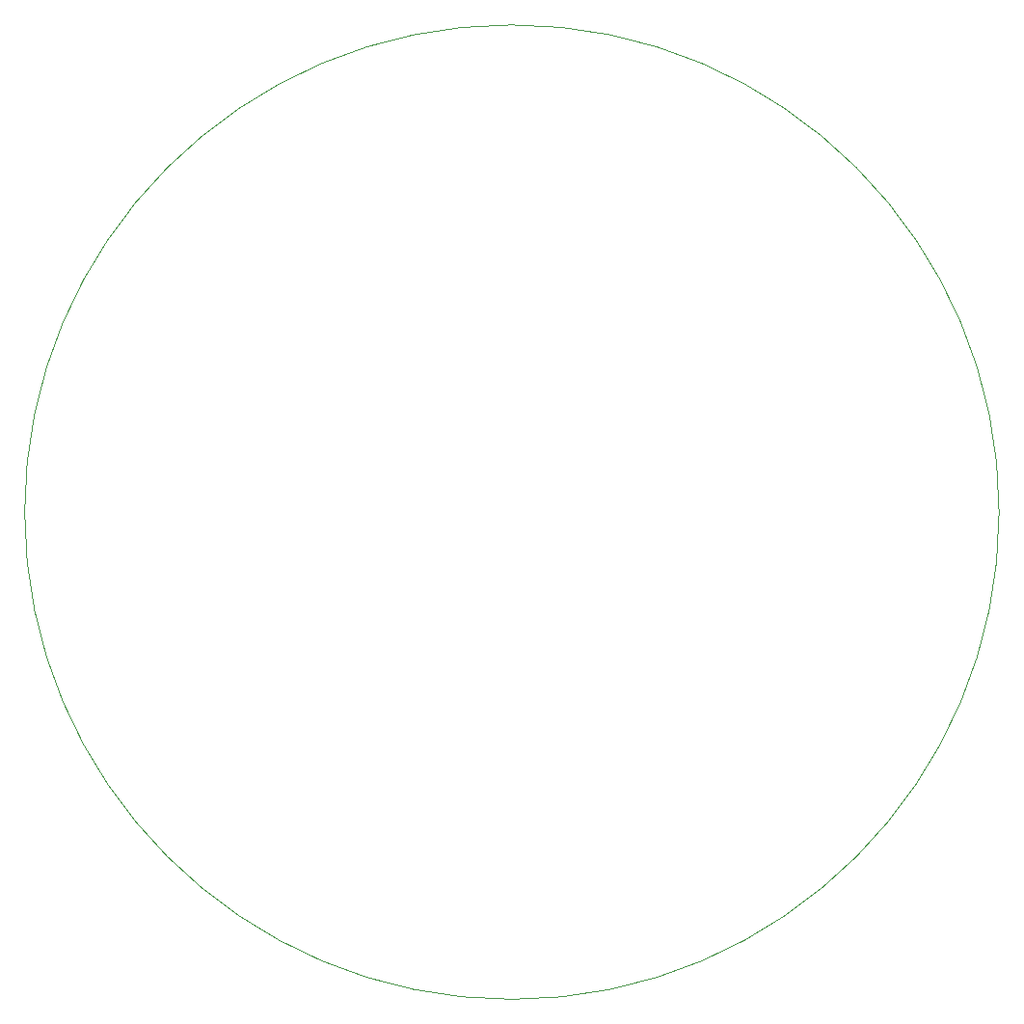
<source format=gbr>
%TF.GenerationSoftware,KiCad,Pcbnew,(6.0.4-0)*%
%TF.CreationDate,2022-11-18T01:13:13+01:00*%
%TF.ProjectId,iO_Atletehe_rev1,694f5f41-746c-4657-9465-68655f726576,rev?*%
%TF.SameCoordinates,Original*%
%TF.FileFunction,Profile,NP*%
%FSLAX46Y46*%
G04 Gerber Fmt 4.6, Leading zero omitted, Abs format (unit mm)*
G04 Created by KiCad (PCBNEW (6.0.4-0)) date 2022-11-18 01:13:13*
%MOMM*%
%LPD*%
G01*
G04 APERTURE LIST*
%TA.AperFunction,Profile*%
%ADD10C,0.050000*%
%TD*%
G04 APERTURE END LIST*
D10*
X191016476Y-105105200D02*
G75*
G03*
X191016476Y-105105200I-42782076J0D01*
G01*
M02*

</source>
